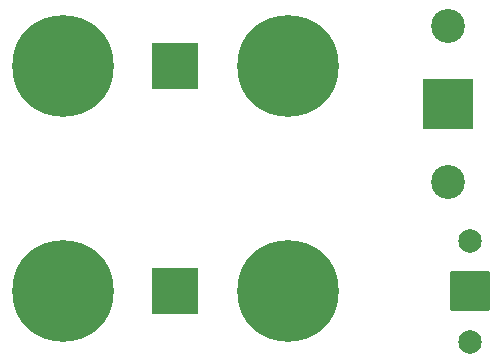
<source format=gts>
%TF.GenerationSoftware,KiCad,Pcbnew,9.0.0-1.fc40*%
%TF.CreationDate,2025-03-13T13:33:29-07:00*%
%TF.ProjectId,HearingAidBattery-Holder,48656172-696e-4674-9169-644261747465,1.0*%
%TF.SameCoordinates,Original*%
%TF.FileFunction,Soldermask,Top*%
%TF.FilePolarity,Negative*%
%FSLAX46Y46*%
G04 Gerber Fmt 4.6, Leading zero omitted, Abs format (unit mm)*
G04 Created by KiCad (PCBNEW 9.0.0-1.fc40) date 2025-03-13 13:33:29*
%MOMM*%
%LPD*%
G01*
G04 APERTURE LIST*
G04 Aperture macros list*
%AMRoundRect*
0 Rectangle with rounded corners*
0 $1 Rounding radius*
0 $2 $3 $4 $5 $6 $7 $8 $9 X,Y pos of 4 corners*
0 Add a 4 corners polygon primitive as box body*
4,1,4,$2,$3,$4,$5,$6,$7,$8,$9,$2,$3,0*
0 Add four circle primitives for the rounded corners*
1,1,$1+$1,$2,$3*
1,1,$1+$1,$4,$5*
1,1,$1+$1,$6,$7*
1,1,$1+$1,$8,$9*
0 Add four rect primitives between the rounded corners*
20,1,$1+$1,$2,$3,$4,$5,0*
20,1,$1+$1,$4,$5,$6,$7,0*
20,1,$1+$1,$6,$7,$8,$9,0*
20,1,$1+$1,$8,$9,$2,$3,0*%
G04 Aperture macros list end*
%ADD10R,4.000000X4.000000*%
%ADD11C,2.874000*%
%ADD12RoundRect,0.102000X-2.030000X2.030000X-2.030000X-2.030000X2.030000X-2.030000X2.030000X2.030000X0*%
%ADD13C,0.900000*%
%ADD14C,8.600000*%
%ADD15C,1.994000*%
%ADD16RoundRect,0.102000X-1.585000X1.585000X-1.585000X-1.585000X1.585000X-1.585000X1.585000X1.585000X0*%
G04 APERTURE END LIST*
D10*
%TO.C,TP2*%
X111125000Y-78745581D03*
%TD*%
D11*
%TO.C,BT1*%
X134177790Y-75315581D03*
X134177790Y-88525581D03*
D12*
X134177790Y-81920581D03*
%TD*%
D13*
%TO.C,H4*%
X117425000Y-97795581D03*
X118369581Y-95515162D03*
X118369581Y-100076000D03*
X120650000Y-94570581D03*
D14*
X120650000Y-97795581D03*
D13*
X120650000Y-101020581D03*
X122930419Y-95515162D03*
X122930419Y-100076000D03*
X123875000Y-97795581D03*
%TD*%
%TO.C,H3*%
X98375000Y-97795581D03*
X99319581Y-95515162D03*
X99319581Y-100076000D03*
X101600000Y-94570581D03*
D14*
X101600000Y-97795581D03*
D13*
X101600000Y-101020581D03*
X103880419Y-95515162D03*
X103880419Y-100076000D03*
X104825000Y-97795581D03*
%TD*%
D15*
%TO.C,BT2*%
X136082790Y-93519419D03*
X136082790Y-102049419D03*
D16*
X136082790Y-97784419D03*
%TD*%
D13*
%TO.C,H2*%
X98375000Y-78745581D03*
X99319581Y-76465162D03*
X99319581Y-81026000D03*
X101600000Y-75520581D03*
D14*
X101600000Y-78745581D03*
D13*
X101600000Y-81970581D03*
X103880419Y-76465162D03*
X103880419Y-81026000D03*
X104825000Y-78745581D03*
%TD*%
D10*
%TO.C,TP1*%
X111125000Y-97795581D03*
%TD*%
D13*
%TO.C,H1*%
X117425000Y-78745581D03*
X118369581Y-76465162D03*
X118369581Y-81026000D03*
X120650000Y-75520581D03*
D14*
X120650000Y-78745581D03*
D13*
X120650000Y-81970581D03*
X122930419Y-76465162D03*
X122930419Y-81026000D03*
X123875000Y-78745581D03*
%TD*%
M02*

</source>
